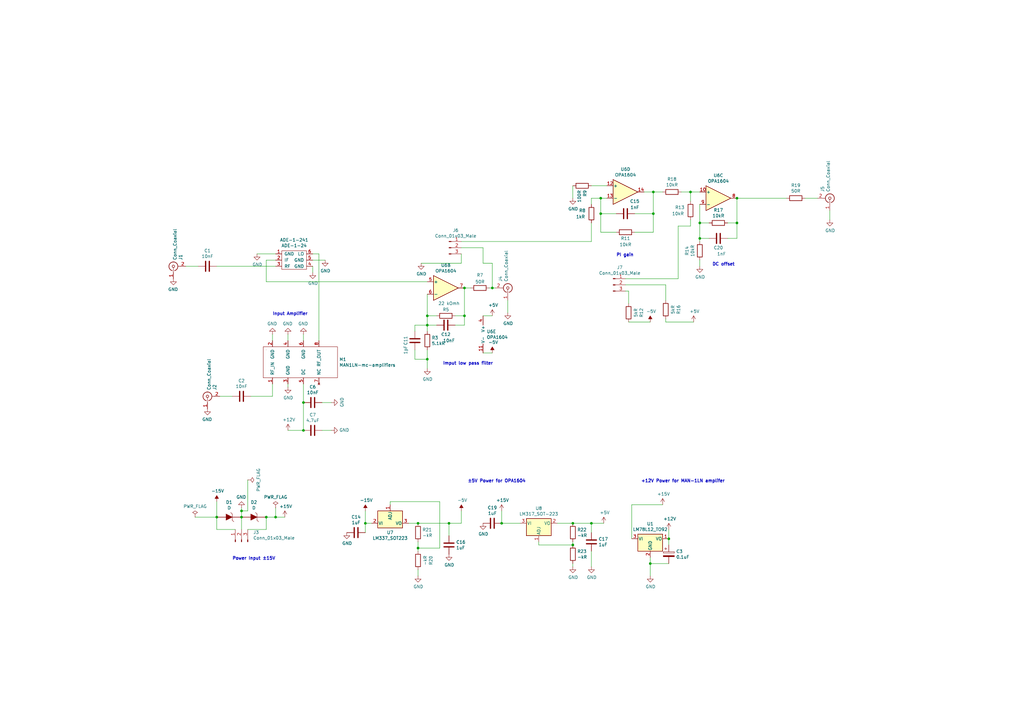
<source format=kicad_sch>
(kicad_sch (version 20211123) (generator eeschema)
  (paper "A3")
  (lib_symbols
    (symbol "Amplifier_Operational:OPA1604" (pin_names (offset 0.127))
      (property "Reference" "U" (at 0 5.08 0))
      (property "Value" "OPA1604" (at 0 -5.08 0))
      (symbol "OPA1604_1_1"
        (polyline (pts (xy -5.08 5.08) (xy 5.08 0) (xy -5.08 -5.08) (xy -5.08 5.08)) (stroke (width 0.254)) (fill (type background)))
        (pin output line (at 7.62 0 180) (length 2.54) (name "~") (number "1"))
        (pin input line (at -7.62 -2.54 0) (length 2.54) (name "-") (number "2"))
        (pin input line (at -7.62 2.54 0) (length 2.54) (name "+") (number "3"))
      )
      (symbol "OPA1604_2_1"
        (polyline (pts (xy -5.08 5.08) (xy 5.08 0) (xy -5.08 -5.08) (xy -5.08 5.08)) (stroke (width 0.254)) (fill (type background)))
        (pin input line (at -7.62 2.54 0) (length 2.54) (name "+") (number "5"))
        (pin input line (at -7.62 -2.54 0) (length 2.54) (name "-") (number "6"))
        (pin output line (at 7.62 0 180) (length 2.54) (name "~") (number "7"))
      )
      (symbol "OPA1604_3_1"
        (polyline (pts (xy -5.08 5.08) (xy 5.08 0) (xy -5.08 -5.08) (xy -5.08 5.08)) (stroke (width 0.254)) (fill (type background)))
        (pin input line (at -7.62 2.54 0) (length 2.54) (name "+") (number "10"))
        (pin output line (at 7.62 0 180) (length 2.54) (name "~") (number "8"))
        (pin input line (at -7.62 -2.54 0) (length 2.54) (name "-") (number "9"))
      )
      (symbol "OPA1604_4_1"
        (polyline (pts (xy -5.08 5.08) (xy 5.08 0) (xy -5.08 -5.08) (xy -5.08 5.08)) (stroke (width 0.254)) (fill (type background)))
        (pin input line (at -7.62 2.54 0) (length 2.54) (name "+") (number "12"))
        (pin input line (at -7.62 -2.54 0) (length 2.54) (name "-") (number "13"))
        (pin output line (at 7.62 0 180) (length 2.54) (name "~") (number "14"))
      )
      (symbol "OPA1604_5_1"
        (pin power_in line (at -2.54 -7.62 90) (length 3.81) (name "V-") (number "11"))
        (pin power_in line (at -2.54 7.62 270) (length 3.81) (name "V+") (number "4"))
      )
    )
    (symbol "Connector:Conn_01x03_Male" (pin_names (offset 1.016) hide)
      (property "Reference" "J" (at 0 5.08 0))
      (property "Value" "Conn_01x03_Male" (at 0 -5.08 0))
      (symbol "Conn_01x03_Male_1_1"
        (polyline (pts (xy 1.27 -2.54) (xy 0.8636 -2.54)) (stroke (width 0.1524)))
        (polyline (pts (xy 1.27 0) (xy 0.8636 0)) (stroke (width 0.1524)))
        (polyline (pts (xy 1.27 2.54) (xy 0.8636 2.54)) (stroke (width 0.1524)))
        (rectangle (start 0.8636 -2.413) (end 0 -2.667) (stroke (width 0.1524)) (fill (type outline)))
        (rectangle (start 0.8636 0.127) (end 0 -0.127) (stroke (width 0.1524)) (fill (type outline)))
        (rectangle (start 0.8636 2.667) (end 0 2.413) (stroke (width 0.1524)) (fill (type outline)))
        (pin passive line (at 5.08 2.54 180) (length 3.81) (name "Pin_1") (number "1"))
        (pin passive line (at 5.08 0 180) (length 3.81) (name "Pin_2") (number "2"))
        (pin passive line (at 5.08 -2.54 180) (length 3.81) (name "Pin_3") (number "3"))
      )
    )
    (symbol "Connector:Conn_Coaxial" (pin_names (offset 1.016) hide)
      (property "Reference" "J" (at 0.254 3.048 0))
      (property "Value" "Conn_Coaxial" (at 2.921 0 90))
      (symbol "Conn_Coaxial_0_1"
        (arc (start -1.778 -0.508) (mid 0.2311 -1.8066) (end 1.778 0) (stroke (width 0.254)))
        (polyline (pts (xy -2.54 0) (xy -0.508 0)))
        (polyline (pts (xy 0 -2.54) (xy 0 -1.778)))
        (circle (center 0 0) (radius 0.508) (stroke (width 0.2032)))
        (arc (start 1.778 0) (mid 0.2099 1.8101) (end -1.778 0.508) (stroke (width 0.254)))
      )
      (symbol "Conn_Coaxial_1_1"
        (pin passive line (at -5.08 0 0) (length 2.54) (name "In") (number "1"))
        (pin passive line (at 0 -5.08 90) (length 2.54) (name "Ext") (number "2"))
      )
    )
    (symbol "Device:C" (pin_numbers hide) (pin_names (offset 0.254))
      (property "Reference" "C" (at 0.635 2.54 0))
      (property "Value" "C" (at 0.635 -2.54 0))
      (symbol "C_0_1"
        (polyline (pts (xy -2.032 -0.762) (xy 2.032 -0.762)) (stroke (width 0.508)))
        (polyline (pts (xy -2.032 0.762) (xy 2.032 0.762)) (stroke (width 0.508)))
      )
      (symbol "C_1_1"
        (pin passive line (at 0 3.81 270) (length 2.794) (name "~") (number "1"))
        (pin passive line (at 0 -3.81 90) (length 2.794) (name "~") (number "2"))
      )
    )
    (symbol "Device:R" (pin_numbers hide) (pin_names (offset 0))
      (property "Reference" "R" (at 2.032 0 90))
      (property "Value" "R" (at 0 0 90))
      (symbol "R_0_1"
        (rectangle (start -1.016 -2.54) (end 1.016 2.54) (stroke (width 0.254)))
      )
      (symbol "R_1_1"
        (pin passive line (at 0 3.81 270) (length 1.27) (name "~") (number "1"))
        (pin passive line (at 0 -3.81 90) (length 1.27) (name "~") (number "2"))
      )
    )
    (symbol "PDH-rescue:ADE-1-24-ade-1-24" (pin_names (offset 1.016))
      (property "Reference" "ADE-1-24" (at -16.51 3.81 0))
      (property "Value" "ADE-1-24-ade-1-24" (at -16.51 3.81 0))
      (symbol "ADE-1-24-ade-1-24_0_1"
        (rectangle (start -21.59 2.54) (end -11.43 -5.08))
      )
      (symbol "ADE-1-24-ade-1-24_1_1"
        (pin power_in line (at -24.13 1.27 0) (length 2.54) (name "GND") (number "1"))
        (pin output line (at -24.13 -1.27 0) (length 2.54) (name "IF") (number "2"))
        (pin input line (at -24.13 -3.81 0) (length 2.54) (name "RF") (number "3"))
        (pin power_in line (at -8.89 -3.81 180) (length 2.54) (name "GND") (number "4"))
        (pin power_in line (at -8.89 -1.27 180) (length 2.54) (name "GND") (number "5"))
        (pin input line (at -8.89 1.27 180) (length 2.54) (name "LO") (number "6"))
      )
    )
    (symbol "PDH-rescue:CP-Device" (pin_numbers hide) (pin_names (offset 0.254))
      (property "Reference" "C" (at 0.635 2.54 0))
      (property "Value" "CP-Device" (at 0.635 -2.54 0))
      (symbol "CP-Device_0_1"
        (rectangle (start -2.286 0.508) (end 2.286 1.016))
        (polyline (pts (xy -1.778 2.286) (xy -0.762 2.286)))
        (polyline (pts (xy -1.27 2.794) (xy -1.27 1.778)))
        (rectangle (start 2.286 -0.508) (end -2.286 -1.016) (fill (type outline)))
      )
      (symbol "CP-Device_1_1"
        (pin passive line (at 0 3.81 270) (length 2.794) (name "~") (number "1"))
        (pin passive line (at 0 -3.81 90) (length 2.794) (name "~") (number "2"))
      )
    )
    (symbol "PDH-rescue:MAN1LN-mc-amplifiers-PDH-rescue" (pin_names (offset 1.016))
      (property "Reference" "M" (at 3.81 0 0))
      (property "Value" "MAN1LN-mc-amplifiers-PDH-rescue" (at -2.54 0 0))
      (symbol "MAN1LN-mc-amplifiers-PDH-rescue_0_1"
        (rectangle (start -13.97 5.08) (end -13.97 5.08))
        (rectangle (start 15.24 -6.35) (end -15.24 6.35))
        (pin power_in line (at -11.43 8.89 270) (length 2.54) (name "GND") (number "2"))
        (pin power_in line (at -5.08 -8.89 90) (length 2.54) (name "GND") (number "3"))
        (pin power_in line (at -5.08 8.89 270) (length 2.54) (name "GND") (number "4"))
        (pin power_in line (at 1.27 8.89 270) (length 2.54) (name "GND") (number "6"))
        (pin no_connect line (at 7.62 -8.89 90) (length 2.54) (name "NC") (number "7"))
      )
      (symbol "MAN1LN-mc-amplifiers-PDH-rescue_1_1"
        (pin input line (at -11.43 -8.89 90) (length 2.54) (name "RF_IN") (number "1"))
        (pin power_in line (at 1.27 -8.89 90) (length 2.54) (name "DC") (number "5"))
        (pin output line (at 7.62 8.89 270) (length 2.54) (name "RF_OUT") (number "8"))
      )
    )
    (symbol "PDH-rescue:MMSZ5231B-7-F-dk_Diodes-Zener-Single" (pin_numbers hide) (pin_names (offset 0) hide)
      (property "Reference" "Z" (at 0 3.81 0))
      (property "Value" "MMSZ5231B-7-F-dk_Diodes-Zener-Single" (at 0 -3.81 0))
      (symbol "MMSZ5231B-7-F-dk_Diodes-Zener-Single_0_1"
        (polyline (pts (xy 1.27 -1.27) (xy 1.905 -1.905)))
        (polyline (pts (xy 1.27 1.27) (xy 0.635 1.905)))
        (polyline (pts (xy 1.27 1.27) (xy 1.27 -1.27)))
        (polyline (pts (xy -1.27 1.27) (xy -1.27 -1.27) (xy 1.27 0) (xy -1.27 1.27)) (fill (type outline)))
      )
      (symbol "MMSZ5231B-7-F-dk_Diodes-Zener-Single_1_1"
        (pin passive line (at -5.08 0 0) (length 3.81) (name "~") (number "A"))
        (pin passive line (at 5.08 0 180) (length 3.81) (name "~") (number "K"))
      )
    )
    (symbol "Regulator_Linear:LM317_SOT-223" (pin_names (offset 0.254))
      (property "Reference" "U" (at -3.81 3.175 0))
      (property "Value" "LM317_SOT-223" (at 0 3.175 0))
      (symbol "LM317_SOT-223_0_1"
        (rectangle (start -5.08 1.905) (end 5.08 -5.08) (stroke (width 0.254)) (fill (type background)))
      )
      (symbol "LM317_SOT-223_1_1"
        (pin input line (at 0 -7.62 90) (length 2.54) (name "ADJ") (number "1"))
        (pin power_out line (at 7.62 0 180) (length 2.54) (name "VO") (number "2"))
        (pin power_in line (at -7.62 0 0) (length 2.54) (name "VI") (number "3"))
      )
    )
    (symbol "Regulator_Linear:LM337_SOT223" (pin_names (offset 0.254))
      (property "Reference" "U" (at -3.81 -3.175 0))
      (property "Value" "LM337_SOT223" (at 0 -3.175 0))
      (symbol "LM337_SOT223_0_1"
        (rectangle (start -5.08 5.08) (end 5.08 -1.905) (stroke (width 0.254)) (fill (type background)))
      )
      (symbol "LM337_SOT223_1_1"
        (pin input line (at 0 7.62 270) (length 2.54) (name "ADJ") (number "1"))
        (pin power_in line (at -7.62 0 0) (length 2.54) (name "VI") (number "2"))
        (pin power_out line (at 7.62 0 180) (length 2.54) (name "VO") (number "3"))
      )
    )
    (symbol "Regulator_Linear:LM78L12_TO92" (pin_names (offset 0.254))
      (property "Reference" "U" (at -3.81 3.175 0))
      (property "Value" "LM78L12_TO92" (at 0 3.175 0))
      (symbol "LM78L12_TO92_0_1"
        (rectangle (start -5.08 -5.08) (end 5.08 1.905) (stroke (width 0.254)) (fill (type background)))
      )
      (symbol "LM78L12_TO92_1_1"
        (pin power_out line (at 7.62 0 180) (length 2.54) (name "VO") (number "1"))
        (pin power_in line (at 0 -7.62 90) (length 2.54) (name "GND") (number "2"))
        (pin power_in line (at -7.62 0 0) (length 2.54) (name "VI") (number "3"))
      )
    )
    (symbol "power:+12V" (power) (pin_names (offset 0))
      (property "Value" "+12V" (at 0 3.556 0))
      (symbol "+12V_0_1"
        (polyline (pts (xy -0.762 1.27) (xy 0 2.54)))
        (polyline (pts (xy 0 0) (xy 0 2.54)))
        (polyline (pts (xy 0 2.54) (xy 0.762 1.27)))
      )
      (symbol "+12V_1_1"
        (pin power_in line (at 0 0 90) (length 0) hide (name "+12V") (number "1"))
      )
    )
    (symbol "power:+15V" (power) (pin_names (offset 0))
      (property "Value" "+15V" (at 0 3.556 0))
      (symbol "+15V_0_1"
        (polyline (pts (xy -0.762 1.27) (xy 0 2.54)))
        (polyline (pts (xy 0 0) (xy 0 2.54)))
        (polyline (pts (xy 0 2.54) (xy 0.762 1.27)))
      )
      (symbol "+15V_1_1"
        (pin power_in line (at 0 0 90) (length 0) hide (name "+15V") (number "1"))
      )
    )
    (symbol "power:+5V" (power) (pin_names (offset 0))
      (property "Value" "+5V" (at 0 3.556 0))
      (symbol "+5V_0_1"
        (polyline (pts (xy -0.762 1.27) (xy 0 2.54)))
        (polyline (pts (xy 0 0) (xy 0 2.54)))
        (polyline (pts (xy 0 2.54) (xy 0.762 1.27)))
      )
      (symbol "+5V_1_1"
        (pin power_in line (at 0 0 90) (length 0) hide (name "+5V") (number "1"))
      )
    )
    (symbol "power:-15V" (power) (pin_names (offset 0))
      (property "Value" "-15V" (at 0 3.81 0))
      (symbol "-15V_0_0"
        (pin power_in line (at 0 0 90) (length 0) hide (name "-15V") (number "1"))
      )
      (symbol "-15V_0_1"
        (polyline (pts (xy 0 0) (xy 0 1.27) (xy 0.762 1.27) (xy 0 2.54) (xy -0.762 1.27) (xy 0 1.27)) (fill (type outline)))
      )
    )
    (symbol "power:-5V" (power) (pin_names (offset 0))
      (property "Value" "-5V" (at 0 3.81 0))
      (symbol "-5V_0_0"
        (pin power_in line (at 0 0 90) (length 0) hide (name "-5V") (number "1"))
      )
      (symbol "-5V_0_1"
        (polyline (pts (xy 0 0) (xy 0 1.27) (xy 0.762 1.27) (xy 0 2.54) (xy -0.762 1.27) (xy 0 1.27)) (fill (type outline)))
      )
    )
    (symbol "power:GND" (power) (pin_names (offset 0))
      (property "Value" "GND" (at 0 -3.81 0))
      (symbol "GND_0_1"
        (polyline (pts (xy 0 0) (xy 0 -1.27) (xy 1.27 -1.27) (xy 0 -2.54) (xy -1.27 -1.27) (xy 0 -1.27)))
      )
      (symbol "GND_1_1"
        (pin power_in line (at 0 0 270) (length 0) hide (name "GND") (number "1"))
      )
    )
    (symbol "power:PWR_FLAG" (power) (pin_numbers hide) (pin_names (offset 0) hide)
      (property "Value" "PWR_FLAG" (at 0 3.81 0))
      (symbol "PWR_FLAG_0_0"
        (pin power_out line (at 0 0 90) (length 0) (name "pwr") (number "1"))
      )
      (symbol "PWR_FLAG_0_1"
        (polyline (pts (xy 0 0) (xy 0 1.27) (xy -1.016 1.905) (xy 0 2.54) (xy 1.016 1.905) (xy 0 1.27)))
      )
    )
  )
  (junction (at 190.5 118.11))
  (junction (at 246.38 81.28))
  (junction (at 175.26 129.54))
  (junction (at 184.15 214.63))
  (junction (at 266.7 231.14))
  (junction (at 246.38 87.63))
  (junction (at 274.32 220.98))
  (junction (at 109.22 212.09))
  (junction (at 287.02 97.79))
  (junction (at 234.95 214.63))
  (junction (at 201.93 118.11))
  (junction (at 175.26 147.32))
  (junction (at 267.97 78.74))
  (junction (at 124.46 176.53))
  (junction (at 190.5 129.54))
  (junction (at 149.86 214.63))
  (junction (at 99.06 212.09))
  (junction (at 234.95 223.52))
  (junction (at 124.46 165.1))
  (junction (at 171.45 214.63))
  (junction (at 242.57 214.63))
  (junction (at 88.9 212.09))
  (junction (at 283.21 78.74))
  (junction (at 113.03 212.09))
  (junction (at 302.26 81.28))
  (junction (at 302.26 91.44))
  (junction (at 287.02 91.44))
  (junction (at 267.97 87.63))
  (junction (at 99.06 209.55))
  (junction (at 171.45 224.79))
  (junction (at 205.74 214.63))
  (junction (at 175.26 133.35))
  (wire (pts (xy 257.81 119.38) (xy 256.54 119.38)))
  (wire (pts (xy 190.5 133.35) (xy 190.5 129.54)))
  (wire (pts (xy 246.38 87.63) (xy 246.38 81.28)))
  (wire (pts (xy 99.06 209.55) (xy 99.06 212.09)))
  (wire (pts (xy 99.06 208.28) (xy 99.06 209.55)))
  (wire (pts (xy 267.97 78.74) (xy 267.97 87.63)))
  (wire (pts (xy 175.26 129.54) (xy 179.07 129.54)))
  (wire (pts (xy 234.95 214.63) (xy 242.57 214.63)))
  (wire (pts (xy 287.02 83.82) (xy 287.02 91.44)))
  (wire (pts (xy 111.76 157.48) (xy 111.76 162.56)))
  (wire (pts (xy 132.08 165.1) (xy 135.89 165.1)))
  (wire (pts (xy 109.22 217.17) (xy 109.22 212.09)))
  (wire (pts (xy 246.38 81.28) (xy 248.92 81.28)))
  (wire (pts (xy 257.81 132.08) (xy 266.7 132.08)))
  (wire (pts (xy 274.32 220.98) (xy 274.32 223.52)))
  (wire (pts (xy 246.38 87.63) (xy 252.73 87.63)))
  (wire (pts (xy 101.6 217.17) (xy 109.22 217.17)))
  (wire (pts (xy 118.11 176.53) (xy 124.46 176.53)))
  (wire (pts (xy 109.22 115.57) (xy 175.26 115.57)))
  (wire (pts (xy 259.08 220.98) (xy 259.08 207.01)))
  (wire (pts (xy 171.45 224.79) (xy 180.34 224.79)))
  (wire (pts (xy 273.05 132.08) (xy 273.05 130.81)))
  (wire (pts (xy 201.93 118.11) (xy 203.2 118.11)))
  (wire (pts (xy 118.11 137.16) (xy 118.11 139.7)))
  (wire (pts (xy 88.9 217.17) (xy 96.52 217.17)))
  (wire (pts (xy 149.86 214.63) (xy 152.4 214.63)))
  (wire (pts (xy 124.46 165.1) (xy 124.46 157.48)))
  (wire (pts (xy 302.26 97.79) (xy 298.45 97.79)))
  (wire (pts (xy 205.74 214.63) (xy 213.36 214.63)))
  (wire (pts (xy 228.6 214.63) (xy 234.95 214.63)))
  (wire (pts (xy 130.81 104.14) (xy 130.81 139.7)))
  (wire (pts (xy 175.26 120.65) (xy 175.26 129.54)))
  (wire (pts (xy 273.05 132.08) (xy 284.48 132.08)))
  (wire (pts (xy 160.02 207.01) (xy 160.02 205.74)))
  (wire (pts (xy 113.03 208.28) (xy 113.03 212.09)))
  (wire (pts (xy 259.08 207.01) (xy 271.78 207.01)))
  (wire (pts (xy 267.97 95.25) (xy 260.35 95.25)))
  (wire (pts (xy 111.76 137.16) (xy 111.76 139.7)))
  (wire (pts (xy 234.95 222.25) (xy 234.95 223.52)))
  (wire (pts (xy 102.87 162.56) (xy 111.76 162.56)))
  (wire (pts (xy 302.26 91.44) (xy 302.26 97.79)))
  (wire (pts (xy 189.23 209.55) (xy 189.23 214.63)))
  (wire (pts (xy 105.41 104.14) (xy 113.03 104.14)))
  (wire (pts (xy 80.01 212.09) (xy 88.9 212.09)))
  (wire (pts (xy 128.27 111.76) (xy 128.27 109.22)))
  (wire (pts (xy 175.26 147.32) (xy 175.26 151.13)))
  (wire (pts (xy 101.6 209.55) (xy 99.06 209.55)))
  (wire (pts (xy 278.13 114.3) (xy 278.13 92.71)))
  (wire (pts (xy 88.9 109.22) (xy 113.03 109.22)))
  (wire (pts (xy 256.54 116.84) (xy 273.05 116.84)))
  (wire (pts (xy 149.86 214.63) (xy 149.86 218.44)))
  (wire (pts (xy 175.26 129.54) (xy 175.26 133.35)))
  (wire (pts (xy 252.73 95.25) (xy 246.38 95.25)))
  (wire (pts (xy 242.57 76.2) (xy 248.92 76.2)))
  (wire (pts (xy 184.15 214.63) (xy 189.23 214.63)))
  (wire (pts (xy 190.5 133.35) (xy 186.69 133.35)))
  (wire (pts (xy 274.32 217.17) (xy 274.32 220.98)))
  (wire (pts (xy 170.18 133.35) (xy 175.26 133.35)))
  (wire (pts (xy 172.72 107.95) (xy 189.23 107.95)))
  (wire (pts (xy 180.34 224.79) (xy 180.34 205.74)))
  (wire (pts (xy 180.34 205.74) (xy 160.02 205.74)))
  (wire (pts (xy 171.45 214.63) (xy 167.64 214.63)))
  (wire (pts (xy 124.46 137.16) (xy 124.46 139.7)))
  (wire (pts (xy 242.57 81.28) (xy 242.57 83.82)))
  (wire (pts (xy 266.7 228.6) (xy 266.7 231.14)))
  (wire (pts (xy 175.26 143.51) (xy 175.26 147.32)))
  (wire (pts (xy 283.21 78.74) (xy 279.4 78.74)))
  (wire (pts (xy 170.18 147.32) (xy 175.26 147.32)))
  (wire (pts (xy 208.28 123.19) (xy 208.28 128.27)))
  (wire (pts (xy 118.11 158.75) (xy 118.11 157.48)))
  (wire (pts (xy 113.03 106.68) (xy 109.22 106.68)))
  (wire (pts (xy 170.18 135.89) (xy 170.18 133.35)))
  (wire (pts (xy 302.26 81.28) (xy 322.58 81.28)))
  (wire (pts (xy 101.6 196.85) (xy 101.6 209.55)))
  (wire (pts (xy 260.35 87.63) (xy 267.97 87.63)))
  (wire (pts (xy 283.21 78.74) (xy 287.02 78.74)))
  (wire (pts (xy 193.04 118.11) (xy 190.5 118.11)))
  (wire (pts (xy 149.86 209.55) (xy 149.86 214.63)))
  (wire (pts (xy 267.97 87.63) (xy 267.97 95.25)))
  (wire (pts (xy 90.17 162.56) (xy 95.25 162.56)))
  (wire (pts (xy 171.45 224.79) (xy 171.45 226.06)))
  (wire (pts (xy 200.66 118.11) (xy 201.93 118.11)))
  (wire (pts (xy 302.26 91.44) (xy 298.45 91.44)))
  (wire (pts (xy 234.95 76.2) (xy 234.95 81.28)))
  (wire (pts (xy 128.27 106.68) (xy 133.35 106.68)))
  (wire (pts (xy 88.9 212.09) (xy 88.9 217.17)))
  (wire (pts (xy 99.06 212.09) (xy 99.06 217.17)))
  (wire (pts (xy 283.21 82.55) (xy 283.21 78.74)))
  (wire (pts (xy 242.57 81.28) (xy 246.38 81.28)))
  (wire (pts (xy 109.22 106.68) (xy 109.22 115.57)))
  (wire (pts (xy 175.26 133.35) (xy 175.26 135.89)))
  (wire (pts (xy 242.57 214.63) (xy 247.65 214.63)))
  (wire (pts (xy 132.08 176.53) (xy 135.89 176.53)))
  (wire (pts (xy 201.93 118.11) (xy 201.93 107.95)))
  (wire (pts (xy 220.98 223.52) (xy 220.98 222.25)))
  (wire (pts (xy 283.21 92.71) (xy 283.21 90.17)))
  (wire (pts (xy 198.12 101.6) (xy 198.12 107.95)))
  (wire (pts (xy 242.57 226.06) (xy 242.57 232.41)))
  (wire (pts (xy 274.32 231.14) (xy 266.7 231.14)))
  (wire (pts (xy 287.02 99.06) (xy 287.02 97.79)))
  (wire (pts (xy 242.57 99.06) (xy 189.23 99.06)))
  (wire (pts (xy 273.05 116.84) (xy 273.05 123.19)))
  (wire (pts (xy 242.57 214.63) (xy 242.57 218.44)))
  (wire (pts (xy 205.74 209.55) (xy 205.74 214.63)))
  (wire (pts (xy 290.83 97.79) (xy 287.02 97.79)))
  (wire (pts (xy 267.97 78.74) (xy 271.78 78.74)))
  (wire (pts (xy 246.38 95.25) (xy 246.38 87.63)))
  (wire (pts (xy 88.9 205.74) (xy 88.9 212.09)))
  (wire (pts (xy 76.2 109.22) (xy 81.28 109.22)))
  (wire (pts (xy 184.15 219.71) (xy 184.15 214.63)))
  (wire (pts (xy 128.27 104.14) (xy 130.81 104.14)))
  (wire (pts (xy 278.13 92.71) (xy 283.21 92.71)))
  (wire (pts (xy 109.22 212.09) (xy 113.03 212.09)))
  (wire (pts (xy 287.02 91.44) (xy 287.02 97.79)))
  (wire (pts (xy 198.12 144.78) (xy 201.93 144.78)))
  (wire (pts (xy 171.45 233.68) (xy 171.45 236.22)))
  (wire (pts (xy 190.5 118.11) (xy 190.5 129.54)))
  (wire (pts (xy 189.23 101.6) (xy 198.12 101.6)))
  (wire (pts (xy 287.02 106.68) (xy 287.02 109.22)))
  (wire (pts (xy 171.45 222.25) (xy 171.45 224.79)))
  (wire (pts (xy 290.83 91.44) (xy 287.02 91.44)))
  (wire (pts (xy 170.18 143.51) (xy 170.18 147.32)))
  (wire (pts (xy 256.54 114.3) (xy 278.13 114.3)))
  (wire (pts (xy 124.46 165.1) (xy 124.46 176.53)))
  (wire (pts (xy 267.97 78.74) (xy 264.16 78.74)))
  (wire (pts (xy 189.23 104.14) (xy 189.23 107.95)))
  (wire (pts (xy 201.93 107.95) (xy 198.12 107.95)))
  (wire (pts (xy 330.2 81.28) (xy 335.28 81.28)))
  (wire (pts (xy 113.03 212.09) (xy 116.84 212.09)))
  (wire (pts (xy 179.07 133.35) (xy 175.26 133.35)))
  (wire (pts (xy 234.95 223.52) (xy 220.98 223.52)))
  (wire (pts (xy 242.57 91.44) (xy 242.57 99.06)))
  (wire (pts (xy 340.36 90.17) (xy 340.36 86.36)))
  (wire (pts (xy 266.7 231.14) (xy 266.7 236.22)))
  (wire (pts (xy 171.45 214.63) (xy 184.15 214.63)))
  (wire (pts (xy 302.26 81.28) (xy 302.26 91.44)))
  (wire (pts (xy 257.81 124.46) (xy 257.81 119.38)))
  (wire (pts (xy 201.93 129.54) (xy 198.12 129.54)))
  (wire (pts (xy 234.95 232.41) (xy 234.95 231.14)))
  (wire (pts (xy 190.5 129.54) (xy 186.69 129.54)))
  (text "PI gain" (at 252.73 105.41 0) (effects (font (size 1.27 1.27) (thickness 0.254) bold) (justify left bottom)))
  (text "Imput low pass filter" (at 181.61 149.86 0) (effects (font (size 1.27 1.27) (thickness 0.254) bold) (justify left bottom)))
  (text "±5V Power for OPA1604\n" (at 191.77 198.12 0) (effects (font (size 1.27 1.27) (thickness 0.254) bold) (justify left bottom)))
  (text "+12V Power for MAN-1LN amplifer\n" (at 262.89 198.12 0) (effects (font (size 1.27 1.27) (thickness 0.254) bold) (justify left bottom)))
  (text "Power Input ±15V\n" (at 95.25 229.87 0) (effects (font (size 1.27 1.27) (thickness 0.254) bold) (justify left bottom)))
  (text "Input Amplifier " (at 111.76 129.54 0) (effects (font (size 1.27 1.27) (thickness 0.254) bold) (justify left bottom)))
  (text "DC offset " (at 292.1 109.22 0) (effects (font (size 1.27 1.27) (thickness 0.254) bold) (justify left bottom)))
  (symbol (lib_id "Connector:Conn_Coaxial") (at 71.12 109.22 90) (unit 1)
    (property "Reference" "J1" (at 74.0664 106.68 0) (effects (justify left)))
    (property "Value" "Conn_Coaxial" (at 71.755 106.68 0) (effects (justify left)))
    (property "Footprint" "digikey-footprints:RF_SMA_Vertical_5-1814832-1" (effects hide))
    (property "Datasheet" " ~" (effects hide))
  )
  (symbol (lib_id "Device:C") (at 85.09 109.22 90) (unit 1)
    (property "Reference" "C1" (at 85.09 102.8192 90))
    (property "Value" "10nF" (at 85.09 105.1306 90))
    (property "Footprint" "Capacitors_SMD:C_1206" (effects hide))
  )
  (symbol (lib_id "power:GND") (at 71.12 114.3 0) (mirror y) (unit 1)
    (property "Reference" "#PWR01" (effects hide))
    (property "Value" "GND" (at 70.993 118.6942 0))
  )
  (symbol (lib_id "power:GND") (at 128.27 111.76 0) (unit 1)
    (property "Reference" "#PWR017" (effects hide))
    (property "Value" "GND" (at 128.397 116.1542 0))
  )
  (symbol (lib_id "power:GND") (at 105.41 104.14 0) (unit 1)
    (property "Reference" "#PWR016" (effects hide))
    (property "Value" "GND" (at 105.537 108.5342 0))
  )
  (symbol (lib_id "power:GND") (at 133.35 106.68 0) (unit 1)
    (property "Reference" "#PWR023" (effects hide))
    (property "Value" "GND" (at 133.477 111.0742 0))
  )
  (symbol (lib_id "Connector:Conn_Coaxial") (at 85.09 162.56 90) (unit 1)
    (property "Reference" "J2" (at 88.0364 160.02 0) (effects (justify left)))
    (property "Value" "Conn_Coaxial" (at 85.725 160.02 0) (effects (justify left)))
    (property "Footprint" "digikey-footprints:RF_SMA_Vertical_5-1814832-1" (effects hide))
    (property "Datasheet" " ~" (effects hide))
  )
  (symbol (lib_id "Device:C") (at 99.06 162.56 90) (unit 1)
    (property "Reference" "C2" (at 99.06 156.1592 90))
    (property "Value" "10nF" (at 99.06 158.4706 90))
    (property "Footprint" "Capacitors_SMD:C_1206" (effects hide))
  )
  (symbol (lib_id "power:GND") (at 85.09 167.64 0) (mirror y) (unit 1)
    (property "Reference" "#PWR02" (effects hide))
    (property "Value" "GND" (at 84.963 172.0342 0))
  )
  (symbol (lib_id "power:GND") (at 111.76 137.16 180) (unit 1)
    (property "Reference" "#PWR06" (effects hide))
    (property "Value" "GND" (at 111.633 132.7658 0))
  )
  (symbol (lib_id "Device:C") (at 128.27 165.1 270) (unit 1)
    (property "Reference" "C6" (at 128.27 158.6992 90))
    (property "Value" "10nF" (at 128.27 161.0106 90))
    (property "Footprint" "Capacitors_SMD:C_1206" (effects hide))
  )
  (symbol (lib_id "power:GND") (at 135.89 165.1 90) (unit 1)
    (property "Reference" "#PWR014" (effects hide))
    (property "Value" "GND" (at 140.2842 164.973 0))
  )
  (symbol (lib_id "Device:C") (at 128.27 176.53 270) (unit 1)
    (property "Reference" "C7" (at 128.27 170.1292 90))
    (property "Value" "4.7uF" (at 128.27 172.4406 90))
    (property "Footprint" "Capacitors_SMD:C_1206" (effects hide))
  )
  (symbol (lib_id "power:GND") (at 135.89 176.53 90) (unit 1)
    (property "Reference" "#PWR015" (effects hide))
    (property "Value" "GND" (at 139.1412 176.403 90) (effects (justify right)))
  )
  (symbol (lib_id "power:GND") (at 118.11 137.16 180) (unit 1)
    (property "Reference" "#PWR08" (effects hide))
    (property "Value" "GND" (at 117.983 132.7658 0))
  )
  (symbol (lib_id "power:GND") (at 124.46 137.16 180) (unit 1)
    (property "Reference" "#PWR012" (effects hide))
    (property "Value" "GND" (at 124.333 132.7658 0))
  )
  (symbol (lib_id "power:GND") (at 118.11 158.75 0) (unit 1)
    (property "Reference" "#PWR09" (effects hide))
    (property "Value" "GND" (at 118.237 163.1442 0))
  )
  (symbol (lib_id "power:+12V") (at 118.11 176.53 0) (unit 1)
    (property "Reference" "#PWR010" (effects hide))
    (property "Value" "+12V" (at 118.491 172.1358 0))
  )
  (symbol (lib_id "Device:R") (at 182.88 129.54 270) (unit 1)
    (property "Reference" "R5" (at 182.88 127 90))
    (property "Value" "22 kOmh" (at 184.15 124.46 90))
    (property "Footprint" "Resistors_SMD:R_1206" (effects hide))
  )
  (symbol (lib_id "Device:C") (at 182.88 133.35 270) (unit 1)
    (property "Reference" "C12" (at 182.88 137.16 90))
    (property "Value" "10nF" (at 184.15 139.7 90))
    (property "Footprint" "Capacitors_SMD:C_0603" (effects hide))
  )
  (symbol (lib_id "Device:R") (at 175.26 139.7 0) (unit 1)
    (property "Reference" "R3" (at 177.038 138.5316 0) (effects (justify left)))
    (property "Value" "5.1kR" (at 177.038 140.843 0) (effects (justify left)))
    (property "Footprint" "Resistors_SMD:R_1206" (effects hide))
  )
  (symbol (lib_id "power:GND") (at 175.26 151.13 0) (unit 1)
    (property "Reference" "#PWR031" (effects hide))
    (property "Value" "GND" (at 175.387 155.5242 0))
  )
  (symbol (lib_id "Device:R") (at 196.85 118.11 270) (unit 1)
    (property "Reference" "R7" (at 196.85 112.8522 90))
    (property "Value" "50R" (at 196.85 115.57 90))
    (property "Footprint" "Resistors_THT:R_Axial_DIN0207_L6.3mm_D2.5mm_P7.62mm_Horizontal" (effects hide))
  )
  (symbol (lib_id "power:+12V") (at 274.32 217.17 0) (unit 1)
    (property "Reference" "#PWR05" (effects hide))
    (property "Value" "+12V" (at 274.701 212.7758 0))
  )
  (symbol (lib_id "PDH-rescue:CP-Device") (at 274.32 227.33 0) (unit 1)
    (property "Reference" "C3" (at 277.3172 226.1616 0) (effects (justify left)))
    (property "Value" "0.1uF" (at 277.3172 228.473 0) (effects (justify left)))
    (property "Footprint" "Capacitors_THT:CP_Radial_D5.0mm_P2.00mm" (effects hide))
  )
  (symbol (lib_id "power:PWR_FLAG") (at 113.03 208.28 0) (unit 1)
    (property "Reference" "#FLG02" (effects hide))
    (property "Value" "PWR_FLAG" (at 113.03 203.8858 0))
  )
  (symbol (lib_id "power:+15V") (at 271.78 207.01 0) (unit 1)
    (property "Reference" "#PWR04" (effects hide))
    (property "Value" "+15V" (at 272.161 202.6158 0))
  )
  (symbol (lib_id "power:PWR_FLAG") (at 80.01 212.09 0) (unit 1)
    (property "Reference" "#FLG01" (effects hide))
    (property "Value" "PWR_FLAG" (at 80.01 207.6958 0))
  )
  (symbol (lib_id "power:-15V") (at 88.9 205.74 0) (unit 1)
    (property "Reference" "#PWR024" (effects hide))
    (property "Value" "-15V" (at 89.281 201.3458 0))
  )
  (symbol (lib_id "PDH-rescue:MAN1LN-mc-amplifiers-PDH-rescue") (at 123.19 148.59 0) (unit 1)
    (property "Reference" "M1" (at 139.1412 147.4216 0) (effects (justify left)))
    (property "Value" "MAN1LN-mc-amplifiers" (at 139.1412 149.733 0) (effects (justify left)))
    (property "Footprint" "Minicircuit:A05" (effects hide))
  )
  (symbol (lib_id "Regulator_Linear:LM78L12_TO92") (at 266.7 220.98 0) (unit 1)
    (property "Reference" "U1" (at 266.7 214.8332 0))
    (property "Value" "LM78L12_TO92" (at 266.7 217.1446 0))
    (property "Footprint" "digikey-footprints:TO-92-3" (effects hide))
    (property "Datasheet" "http://www.fairchildsemi.com/ds/LM/LM78L05A.pdf" (effects hide))
  )
  (symbol (lib_id "power:GND") (at 266.7 236.22 0) (unit 1)
    (property "Reference" "#PWR03" (effects hide))
    (property "Value" "GND" (at 266.827 240.6142 0))
  )
  (symbol (lib_id "Connector:Conn_01x03_Male") (at 99.06 222.25 90) (unit 1)
    (property "Reference" "J3" (at 103.8352 218.3384 90) (effects (justify right)))
    (property "Value" "Conn_01x03_Male" (at 103.8352 220.6498 90) (effects (justify right)))
    (property "Footprint" "digikey-footprints:PinHeader_1x3_P2.54_Drill1.1mm" (effects hide))
  )
  (symbol (lib_id "Device:R") (at 238.76 76.2 270) (unit 1)
    (property "Reference" "R9" (at 239.9284 77.978 0) (effects (justify left)))
    (property "Value" "100R" (at 237.617 77.978 0) (effects (justify left)))
    (property "Footprint" "Resistors_SMD:R_1206" (effects hide))
  )
  (symbol (lib_id "power:GND") (at 234.95 81.28 0) (unit 1)
    (property "Reference" "#PWR038" (effects hide))
    (property "Value" "GND" (at 235.077 85.6742 0))
  )
  (symbol (lib_id "Device:C") (at 256.54 87.63 270) (unit 1)
    (property "Reference" "C15" (at 260.35 82.55 90))
    (property "Value" "1nF" (at 260.35 85.09 90))
    (property "Footprint" "Capacitors_SMD:C_1206" (effects hide))
  )
  (symbol (lib_id "power:+15V") (at 116.84 212.09 0) (unit 1)
    (property "Reference" "#PWR027" (effects hide))
    (property "Value" "+15V" (at 117.221 207.6958 0))
  )
  (symbol (lib_id "Device:R") (at 256.54 95.25 270) (unit 1)
    (property "Reference" "R11" (at 256.54 97.79 90))
    (property "Value" "10kR" (at 256.54 100.33 90))
    (property "Footprint" "Resistors_SMD:R_1206" (effects hide))
  )
  (symbol (lib_id "power:GND") (at 99.06 208.28 180) (unit 1)
    (property "Reference" "#PWR025" (effects hide))
    (property "Value" "GND" (at 98.933 203.8858 0))
  )
  (symbol (lib_id "Device:R") (at 275.59 78.74 270) (unit 1)
    (property "Reference" "R18" (at 275.59 73.4822 90))
    (property "Value" "10kR" (at 275.59 75.7936 90))
    (property "Footprint" "Resistors_SMD:R_1206" (effects hide))
  )
  (symbol (lib_id "Device:R") (at 294.64 91.44 270) (unit 1)
    (property "Reference" "R17" (at 294.64 86.1822 90))
    (property "Value" "10kR" (at 294.64 88.4936 90))
    (property "Footprint" "Resistors_SMD:R_1206" (effects hide))
  )
  (symbol (lib_id "Device:R") (at 287.02 102.87 0) (unit 1)
    (property "Reference" "R14" (at 281.7622 102.87 90))
    (property "Value" "10kR" (at 284.0736 102.87 90))
    (property "Footprint" "Resistors_SMD:R_1206" (effects hide))
  )
  (symbol (lib_id "power:GND") (at 287.02 109.22 0) (unit 1)
    (property "Reference" "#PWR040" (effects hide))
    (property "Value" "GND" (at 287.147 113.6142 0))
  )
  (symbol (lib_id "power:+5V") (at 247.65 214.63 0) (unit 1)
    (property "Reference" "#PWR049" (effects hide))
    (property "Value" "+5V" (at 248.031 210.2358 0))
  )
  (symbol (lib_id "power:-5V") (at 189.23 209.55 0) (unit 1)
    (property "Reference" "#PWR046" (effects hide))
    (property "Value" "-5V" (at 189.611 205.1558 0))
  )
  (symbol (lib_id "power:-5V") (at 266.7 132.08 0) (unit 1)
    (property "Reference" "#PWR039" (effects hide))
    (property "Value" "-5V" (at 267.081 127.6858 0))
  )
  (symbol (lib_id "power:+5V") (at 284.48 132.08 0) (unit 1)
    (property "Reference" "#PWR041" (effects hide))
    (property "Value" "+5V" (at 284.861 127.6858 0))
  )
  (symbol (lib_id "Device:R") (at 273.05 127 180) (unit 1)
    (property "Reference" "R16" (at 278.3078 127 90))
    (property "Value" "5kR" (at 275.9964 127 90))
    (property "Footprint" "Resistors_THT:R_Axial_DIN0207_L6.3mm_D2.5mm_P7.62mm_Horizontal" (effects hide))
  )
  (symbol (lib_id "Device:R") (at 257.81 128.27 180) (unit 1)
    (property "Reference" "R12" (at 263.0678 128.27 90))
    (property "Value" "5kR" (at 260.7564 128.27 90))
    (property "Footprint" "Resistors_THT:R_Axial_DIN0207_L6.3mm_D2.5mm_P7.62mm_Horizontal" (effects hide))
  )
  (symbol (lib_id "Device:R") (at 283.21 86.36 0) (unit 1)
    (property "Reference" "R13" (at 276.86 85.09 0) (effects (justify left)))
    (property "Value" "10kR" (at 275.59 87.63 0) (effects (justify left)))
    (property "Footprint" "Resistors_THT:R_Axial_DIN0207_L6.3mm_D2.5mm_P7.62mm_Horizontal" (effects hide))
  )
  (symbol (lib_id "Connector:Conn_Coaxial") (at 340.36 81.28 270) (mirror x) (unit 1)
    (property "Reference" "J5" (at 337.3628 78.74 0) (effects (justify left)))
    (property "Value" "Conn_Coaxial" (at 339.6742 78.74 0) (effects (justify left)))
    (property "Footprint" "digikey-footprints:RF_SMA_Vertical_5-1814832-1" (effects hide))
    (property "Datasheet" " ~" (effects hide))
  )
  (symbol (lib_id "power:GND") (at 340.36 90.17 0) (unit 1)
    (property "Reference" "#PWR045" (effects hide))
    (property "Value" "GND" (at 340.487 94.5642 0))
  )
  (symbol (lib_id "Amplifier_Operational:OPA1604") (at 182.88 118.11 0) (unit 2)
    (property "Reference" "U6" (at 182.88 108.7882 0))
    (property "Value" "OPA1604" (at 182.88 111.0996 0))
    (property "Footprint" "Package_SO:TSSOP-14_4.4x5mm_P0.65mm" (effects hide))
    (property "Datasheet" "http://www.ti.com/lit/ds/symlink/opa1604.pdf" (effects hide))
  )
  (symbol (lib_id "Amplifier_Operational:OPA1604") (at 294.64 81.28 0) (unit 3)
    (property "Reference" "U6" (at 294.64 71.9582 0))
    (property "Value" "OPA1604" (at 294.64 74.2696 0))
    (property "Footprint" "Package_SO:TSSOP-14_4.4x5mm_P0.65mm" (effects hide))
    (property "Datasheet" "http://www.ti.com/lit/ds/symlink/opa1604.pdf" (effects hide))
  )
  (symbol (lib_id "Device:R") (at 326.39 81.28 270) (unit 1)
    (property "Reference" "R19" (at 326.39 76.0222 90))
    (property "Value" "50R" (at 326.39 78.3336 90))
    (property "Footprint" "Resistors_SMD:R_1206" (effects hide))
  )
  (symbol (lib_id "Device:R") (at 242.57 87.63 0) (unit 1)
    (property "Reference" "R8" (at 237.49 86.36 0) (effects (justify left)))
    (property "Value" "1kR" (at 236.22 88.9 0) (effects (justify left)))
    (property "Footprint" "Resistors_SMD:R_1206" (effects hide))
  )
  (symbol (lib_id "Amplifier_Operational:OPA1604") (at 256.54 78.74 0) (unit 4)
    (property "Reference" "U6" (at 256.54 69.4182 0))
    (property "Value" "OPA1604" (at 256.54 71.7296 0))
    (property "Footprint" "Package_SO:TSSOP-14_4.4x5mm_P0.65mm" (effects hide))
    (property "Datasheet" "http://www.ti.com/lit/ds/symlink/opa1604.pdf" (effects hide))
  )
  (symbol (lib_id "Device:C") (at 170.18 139.7 180) (unit 1)
    (property "Reference" "C11" (at 166.37 139.7 90))
    (property "Value" "1pF" (at 166.37 143.51 90))
    (property "Footprint" "Capacitors_SMD:C_0603" (effects hide))
  )
  (symbol (lib_id "Regulator_Linear:LM337_SOT223") (at 160.02 214.63 0) (unit 1)
    (property "Reference" "U7" (at 160.02 218.4146 0))
    (property "Value" "LM337_SOT223" (at 160.02 220.726 0))
    (property "Footprint" "PDH-simplified:SOT-223" (effects hide))
    (property "Datasheet" "http://www.ti.com/lit/ds/symlink/lm337l.pdf" (effects hide))
  )
  (symbol (lib_id "Regulator_Linear:LM317_SOT-223") (at 220.98 214.63 0) (unit 1)
    (property "Reference" "U8" (at 220.98 208.4832 0))
    (property "Value" "LM317_SOT-223" (at 220.98 210.7946 0))
    (property "Footprint" "PDH-simplified:SOT-223" (effects hide))
    (property "Datasheet" "http://www.ti.com/lit/ds/snvs775k/snvs775k.pdf" (effects hide))
  )
  (symbol (lib_id "power:-15V") (at 149.86 209.55 0) (unit 1)
    (property "Reference" "#PWR042" (effects hide))
    (property "Value" "-15V" (at 150.241 205.1558 0))
  )
  (symbol (lib_id "power:+15V") (at 205.74 209.55 0) (unit 1)
    (property "Reference" "#PWR047" (effects hide))
    (property "Value" "+15V" (at 206.121 205.1558 0))
  )
  (symbol (lib_id "Device:R") (at 234.95 218.44 180) (unit 1)
    (property "Reference" "R22" (at 236.728 217.2716 0) (effects (justify right)))
    (property "Value" "-kR" (at 236.728 219.583 0) (effects (justify right)))
    (property "Footprint" "Resistors_SMD:R_1206" (effects hide))
  )
  (symbol (lib_id "Device:R") (at 234.95 227.33 180) (unit 1)
    (property "Reference" "R23" (at 236.728 226.1616 0) (effects (justify right)))
    (property "Value" "-kR" (at 236.728 228.473 0) (effects (justify right)))
    (property "Footprint" "Resistors_SMD:R_1206" (effects hide))
  )
  (symbol (lib_id "power:GND") (at 234.95 232.41 0) (unit 1)
    (property "Reference" "#PWR048" (effects hide))
    (property "Value" "GND" (at 235.077 236.8042 0))
  )
  (symbol (lib_id "Device:R") (at 171.45 218.44 180) (unit 1)
    (property "Reference" "R21" (at 173.228 217.2716 0) (effects (justify right)))
    (property "Value" "-kR" (at 173.228 219.583 0) (effects (justify right)))
    (property "Footprint" "Resistors_SMD:R_1206" (effects hide))
  )
  (symbol (lib_id "Device:C") (at 242.57 222.25 0) (unit 1)
    (property "Reference" "C17" (at 245.491 221.0816 0) (effects (justify left)))
    (property "Value" "1uF" (at 245.491 223.393 0) (effects (justify left)))
    (property "Footprint" "Capacitors_SMD:C_0603" (effects hide))
  )
  (symbol (lib_id "Device:C") (at 184.15 223.52 0) (unit 1)
    (property "Reference" "C16" (at 187.071 222.3516 0) (effects (justify left)))
    (property "Value" "1uF" (at 187.071 224.663 0) (effects (justify left)))
    (property "Footprint" "Capacitors_SMD:C_0603" (effects hide))
  )
  (symbol (lib_id "Device:R") (at 171.45 229.87 0) (unit 1)
    (property "Reference" "R20" (at 176.7078 229.87 90))
    (property "Value" "-kR" (at 174.3964 229.87 90))
    (property "Footprint" "Resistors_SMD:R_1206" (effects hide))
  )
  (symbol (lib_id "power:GND") (at 171.45 236.22 0) (unit 1)
    (property "Reference" "#PWR044" (effects hide))
    (property "Value" "GND" (at 171.577 240.6142 0))
  )
  (symbol (lib_id "Connector:Conn_Coaxial") (at 208.28 118.11 270) (mirror x) (unit 1)
    (property "Reference" "J4" (at 205.2828 115.57 0) (effects (justify left)))
    (property "Value" "Conn_Coaxial" (at 207.5942 115.57 0) (effects (justify left)))
    (property "Footprint" "digikey-footprints:RF_SMA_Vertical_5-1814832-1" (effects hide))
    (property "Datasheet" " ~" (effects hide))
  )
  (symbol (lib_id "power:GND") (at 208.28 128.27 0) (unit 1)
    (property "Reference" "#PWR043" (effects hide))
    (property "Value" "GND" (at 208.407 132.6642 0))
  )
  (symbol (lib_id "power:PWR_FLAG") (at 101.6 196.85 270) (unit 1)
    (property "Reference" "#FLG03" (effects hide))
    (property "Value" "PWR_FLAG" (at 105.9942 196.85 0))
  )
  (symbol (lib_id "Amplifier_Operational:OPA1604") (at 200.66 137.16 0) (unit 5)
    (property "Reference" "U6" (at 199.5932 135.9916 0) (effects (justify left)))
    (property "Value" "OPA1604" (at 199.5932 138.303 0) (effects (justify left)))
    (property "Footprint" "Package_SO:TSSOP-14_4.4x5mm_P0.65mm" (effects hide))
    (property "Datasheet" "http://www.ti.com/lit/ds/symlink/opa1604.pdf" (effects hide))
  )
  (symbol (lib_id "power:+5V") (at 201.93 129.54 0) (unit 1)
    (property "Reference" "#PWR035" (effects hide))
    (property "Value" "+5V" (at 202.311 125.1458 0))
  )
  (symbol (lib_id "power:-5V") (at 201.93 144.78 0) (unit 1)
    (property "Reference" "#PWR036" (effects hide))
    (property "Value" "-5V" (at 202.311 140.3858 0))
  )
  (symbol (lib_id "power:GND") (at 184.15 227.33 0) (unit 1)
    (property "Reference" "#PWR0101" (effects hide))
    (property "Value" "GND" (at 184.277 231.7242 0))
  )
  (symbol (lib_id "power:GND") (at 172.72 107.95 0) (unit 1)
    (property "Reference" "#PWR032" (effects hide))
    (property "Value" "GND" (at 172.847 112.3442 0))
  )
  (symbol (lib_id "power:GND") (at 242.57 232.41 0) (unit 1)
    (property "Reference" "#PWR051" (effects hide))
    (property "Value" "GND" (at 242.697 236.8042 0))
  )
  (symbol (lib_id "power:GND") (at 142.24 218.44 0) (unit 1)
    (property "Reference" "#PWR034" (effects hide))
    (property "Value" "GND" (at 142.367 222.8342 0))
  )
  (symbol (lib_id "power:GND") (at 198.12 214.63 0) (unit 1)
    (property "Reference" "#PWR050" (effects hide))
    (property "Value" "GND" (at 198.247 219.0242 0))
  )
  (symbol (lib_id "PDH-rescue:ADE-1-24-ade-1-24") (at 137.16 105.41 0) (unit 1)
    (property "Reference" "ADE-1-241" (at 120.65 98.425 0))
    (property "Value" "ADE-1-24" (at 120.65 100.7364 0))
    (property "Footprint" "PDH-simplified:ADE-1-24" (effects hide))
  )
  (symbol (lib_id "Connector:Conn_01x03_Male") (at 184.15 101.6 0) (unit 1)
    (property "Reference" "J6" (at 186.8932 94.4626 0))
    (property "Value" "Conn_01x03_Male" (at 186.8932 96.774 0))
    (property "Footprint" "digikey-footprints.pretty:PinHeader_1x3_P2.54_Drill1.1mm" (effects hide))
  )
  (symbol (lib_id "Connector:Conn_01x03_Male") (at 251.46 116.84 0) (unit 1)
    (property "Reference" "J7" (at 254.2032 109.7026 0))
    (property "Value" "Conn_01x03_Male" (at 254.2032 112.014 0))
    (property "Footprint" "digikey-footprints.pretty:PinHeader_1x3_P2.54_Drill1.1mm" (effects hide))
  )
  (symbol (lib_id "Device:C") (at 294.64 97.79 270) (unit 1)
    (property "Reference" "C20" (at 294.64 101.6 90))
    (property "Value" "1nF" (at 295.91 104.14 90))
    (property "Footprint" "digikey-footprints.pretty:0603" (effects hide))
  )
  (symbol (lib_id "Device:C") (at 146.05 218.44 270) (unit 1)
    (property "Reference" "C14" (at 146.05 212.0392 90))
    (property "Value" "1uF" (at 146.05 214.3506 90))
    (property "Footprint" "digikey-footprints.pretty:1206" (effects hide))
  )
  (symbol (lib_id "Device:C") (at 201.93 214.63 270) (unit 1)
    (property "Reference" "C19" (at 201.93 208.2292 90))
    (property "Value" "1uF" (at 201.93 210.5406 90))
    (property "Footprint" "digikey-footprints.pretty:1206" (effects hide))
  )
  (symbol (lib_id "PDH-rescue:MMSZ5231B-7-F-dk_Diodes-Zener-Single") (at 104.14 212.09 0) (unit 1)
    (property "Reference" "D2" (at 104.14 205.994 0))
    (property "Value" "D" (at 104.14 208.3054 0))
    (property "Footprint" "PDH-simplified:Photodiode_1206" (effects hide))
  )
  (symbol (lib_id "PDH-rescue:MMSZ5231B-7-F-dk_Diodes-Zener-Single") (at 93.98 212.09 0) (unit 1)
    (property "Reference" "D1" (at 93.98 205.994 0))
    (property "Value" "D" (at 93.98 208.3054 0))
    (property "Footprint" "PDH-simplified:Photodiode_1206" (effects hide))
  )
)
</source>
